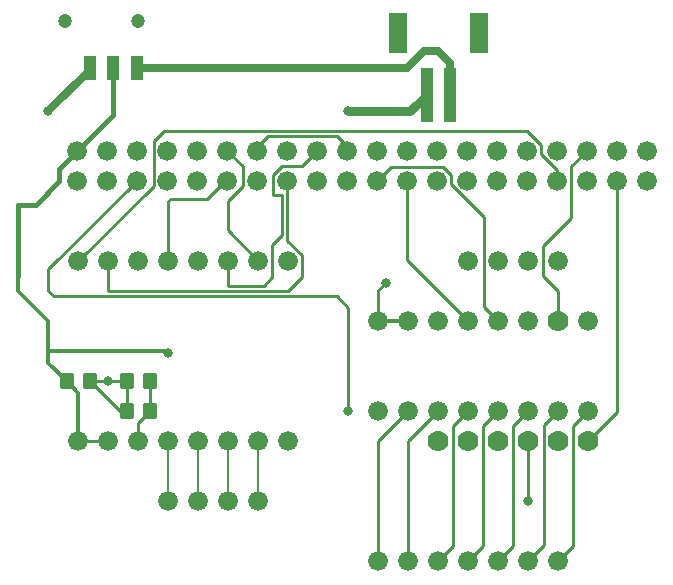
<source format=gbr>
%TF.GenerationSoftware,KiCad,Pcbnew,(6.0.7-1)-1*%
%TF.CreationDate,2022-11-11T20:36:14-08:00*%
%TF.ProjectId,KamiPCBv4,4b616d69-5043-4427-9634-2e6b69636164,rev?*%
%TF.SameCoordinates,Original*%
%TF.FileFunction,Copper,L1,Top*%
%TF.FilePolarity,Positive*%
%FSLAX46Y46*%
G04 Gerber Fmt 4.6, Leading zero omitted, Abs format (unit mm)*
G04 Created by KiCad (PCBNEW (6.0.7-1)-1) date 2022-11-11 20:36:14*
%MOMM*%
%LPD*%
G01*
G04 APERTURE LIST*
G04 Aperture macros list*
%AMRoundRect*
0 Rectangle with rounded corners*
0 $1 Rounding radius*
0 $2 $3 $4 $5 $6 $7 $8 $9 X,Y pos of 4 corners*
0 Add a 4 corners polygon primitive as box body*
4,1,4,$2,$3,$4,$5,$6,$7,$8,$9,$2,$3,0*
0 Add four circle primitives for the rounded corners*
1,1,$1+$1,$2,$3*
1,1,$1+$1,$4,$5*
1,1,$1+$1,$6,$7*
1,1,$1+$1,$8,$9*
0 Add four rect primitives between the rounded corners*
20,1,$1+$1,$2,$3,$4,$5,0*
20,1,$1+$1,$4,$5,$6,$7,0*
20,1,$1+$1,$6,$7,$8,$9,0*
20,1,$1+$1,$8,$9,$2,$3,0*%
G04 Aperture macros list end*
%TA.AperFunction,ComponentPad*%
%ADD10C,1.676400*%
%TD*%
%TA.AperFunction,SMDPad,CuDef*%
%ADD11R,1.600000X3.400000*%
%TD*%
%TA.AperFunction,SMDPad,CuDef*%
%ADD12R,1.000000X4.600000*%
%TD*%
%TA.AperFunction,ComponentPad*%
%ADD13C,1.778000*%
%TD*%
%TA.AperFunction,SMDPad,CuDef*%
%ADD14RoundRect,0.250000X-0.350000X-0.450000X0.350000X-0.450000X0.350000X0.450000X-0.350000X0.450000X0*%
%TD*%
%TA.AperFunction,ComponentPad*%
%ADD15C,1.200000*%
%TD*%
%TA.AperFunction,SMDPad,CuDef*%
%ADD16R,1.000000X2.000000*%
%TD*%
%TA.AperFunction,ViaPad*%
%ADD17C,0.800000*%
%TD*%
%TA.AperFunction,Conductor*%
%ADD18C,0.250000*%
%TD*%
%TA.AperFunction,Conductor*%
%ADD19C,0.700000*%
%TD*%
%TA.AperFunction,Conductor*%
%ADD20C,0.750000*%
%TD*%
%TA.AperFunction,Conductor*%
%ADD21C,0.406400*%
%TD*%
%TA.AperFunction,Conductor*%
%ADD22C,0.350000*%
%TD*%
%TA.AperFunction,Conductor*%
%ADD23C,0.254000*%
%TD*%
%TA.AperFunction,Conductor*%
%ADD24C,0.200000*%
%TD*%
G04 APERTURE END LIST*
D10*
%TO.P,,*%
%TO.N,CH5*%
X160020000Y-127000000D03*
%TD*%
%TO.P,,*%
%TO.N,CH6*%
X162560000Y-127000000D03*
%TD*%
%TO.P,,*%
%TO.N,CH7*%
X165100000Y-127000000D03*
%TD*%
%TO.P,,*%
%TO.N,CH2*%
X152400000Y-127000000D03*
%TD*%
%TO.P,,*%
%TO.N,CH3*%
X154940000Y-127000000D03*
%TD*%
%TO.P,,*%
%TO.N,CH4*%
X157480000Y-127000000D03*
%TD*%
%TO.P,,*%
%TO.N,CH1*%
X149860000Y-127000000D03*
%TD*%
D11*
%TO.P,X1,NC2*%
%TO.N,N/C*%
X158340000Y-82320000D03*
%TO.P,X1,NC1*%
X151540000Y-82320000D03*
D12*
%TO.P,X1,*%
%TO.N,GND*%
X153940000Y-87520000D03*
%TO.N,CHRGR*%
X155940000Y-87520000D03*
%TD*%
D10*
%TO.P,RPI1,40*%
%TO.N,GPIO21*%
X172630757Y-92233271D03*
%TO.P,RPI1,39*%
%TO.N,GND*%
X172630757Y-94773271D03*
%TO.P,RPI1,38*%
%TO.N,GPIO20*%
X170090757Y-92233271D03*
%TO.P,RPI1,37*%
%TO.N,GPIO26*%
X170090757Y-94773271D03*
%TO.P,RPI1,36*%
%TO.N,GPIO16*%
X167550757Y-92233271D03*
%TO.P,RPI1,35*%
%TO.N,GPIO19*%
X167550757Y-94773271D03*
%TO.P,RPI1,34*%
%TO.N,GND*%
X165010757Y-92233271D03*
%TO.P,RPI1,33*%
%TO.N,GPIO13*%
X165010757Y-94773271D03*
%TO.P,RPI1,32*%
%TO.N,GPIO12*%
X162470757Y-92233271D03*
%TO.P,RPI1,31*%
%TO.N,GPIO6*%
X162470757Y-94773271D03*
%TO.P,RPI1,30*%
%TO.N,GND*%
X159930757Y-92233271D03*
%TO.P,RPI1,29*%
%TO.N,GPIO5*%
X159930757Y-94773271D03*
%TO.P,RPI1,28*%
%TO.N,EECLK*%
X157390757Y-92233271D03*
%TO.P,RPI1,27*%
%TO.N,EEDATA*%
X157390757Y-94773271D03*
%TO.P,RPI1,26*%
%TO.N,SPI_CE1*%
X154850757Y-92233271D03*
%TO.P,RPI1,25*%
%TO.N,GND*%
X154850757Y-94773271D03*
%TO.P,RPI1,24*%
%TO.N,SPI_CE0*%
X152310757Y-92233271D03*
%TO.P,RPI1,23*%
%TO.N,SPI_SCLK*%
X152310757Y-94773271D03*
%TO.P,RPI1,22*%
%TO.N,GPIO25*%
X149770757Y-92233271D03*
%TO.P,RPI1,21*%
%TO.N,SPI_MISO*%
X149770757Y-94773271D03*
%TO.P,RPI1,20*%
%TO.N,GND*%
X147230757Y-92233271D03*
%TO.P,RPI1,19*%
%TO.N,SPI_MOSI*%
X147230757Y-94773271D03*
%TO.P,RPI1,18*%
%TO.N,GPIO24*%
X144690757Y-92233271D03*
%TO.P,RPI1,17*%
%TO.N,3.3V*%
X144690757Y-94773271D03*
%TO.P,RPI1,16*%
%TO.N,GPIO23*%
X142150757Y-92233271D03*
%TO.P,RPI1,15*%
%TO.N,GPIO22*%
X142150757Y-94773271D03*
%TO.P,RPI1,14*%
%TO.N,GND*%
X139610757Y-92233271D03*
%TO.P,RPI1,13*%
%TO.N,GPIO27*%
X139610757Y-94773271D03*
%TO.P,RPI1,12*%
%TO.N,GPIO18*%
X137070757Y-92233271D03*
%TO.P,RPI1,11*%
%TO.N,GPIO17*%
X137070757Y-94773271D03*
%TO.P,RPI1,10*%
%TO.N,RXD*%
X134530757Y-92233271D03*
%TO.P,RPI1,9*%
%TO.N,GND*%
X134530757Y-94773271D03*
%TO.P,RPI1,8*%
%TO.N,TXD*%
X131990757Y-92233271D03*
%TO.P,RPI1,7*%
%TO.N,GPIO4*%
X131990757Y-94773271D03*
%TO.P,RPI1,6*%
%TO.N,GND*%
X129450757Y-92233271D03*
%TO.P,RPI1,5*%
%TO.N,SCL*%
X129450757Y-94773271D03*
%TO.P,RPI1,4*%
%TO.N,5.0V*%
X126910757Y-92233271D03*
%TO.P,RPI1,3*%
%TO.N,SDA*%
X126910757Y-94773271D03*
%TO.P,RPI1,2*%
%TO.N,5.0V*%
X124370757Y-92233271D03*
%TO.P,RPI1,1*%
%TO.N,3.3V*%
X124370757Y-94773271D03*
%TD*%
D13*
%TO.P,,*%
%TO.N,5.0V*%
X154940000Y-116840000D03*
%TD*%
%TO.P,,*%
%TO.N,GND*%
X160020000Y-116840000D03*
%TD*%
%TO.P,,*%
%TO.N,SDA*%
X165100000Y-116840000D03*
%TD*%
D10*
%TO.P,,*%
%TO.N,CH0*%
X149860000Y-114300000D03*
%TD*%
%TO.P,,11*%
%TO.N,GPIO24*%
X137160000Y-101600000D03*
%TD*%
D14*
%TO.P,,*%
%TO.N,CH0*%
X125460000Y-111760000D03*
%TO.N,5.0V*%
X123460000Y-111760000D03*
%TD*%
D10*
%TO.P,,13*%
%TO.N,GPIO17*%
X132080000Y-101600000D03*
%TD*%
%TO.P,,*%
%TO.N,CH1*%
X152400000Y-114300000D03*
%TD*%
%TO.P,,*%
%TO.N,3.3V*%
X149860000Y-106680000D03*
%TD*%
D13*
%TO.P,,*%
%TO.N,GPIO16*%
X165100000Y-106680000D03*
%TD*%
D10*
%TO.P,,*%
%TO.N,CH2*%
X154940000Y-114300000D03*
%TD*%
%TO.P,,*%
%TO.N,M2+*%
X137160000Y-116840000D03*
%TD*%
%TO.P,,*%
%TO.N,CH3*%
X157480000Y-114300000D03*
%TD*%
%TO.P,,6*%
%TO.N,GND*%
X129540000Y-116840000D03*
%TD*%
%TO.P,,*%
%TO.N,M2+*%
X137160000Y-121920000D03*
%TD*%
%TO.P,,*%
%TO.N,M1-*%
X134620000Y-121920000D03*
%TD*%
%TO.P,,15*%
%TO.N,GPIO22*%
X127000000Y-101600000D03*
%TD*%
%TO.P,,8*%
%TO.N,5.0V*%
X124460000Y-116840000D03*
%TD*%
%TO.P,,14*%
%TO.N,GPIO27*%
X129540000Y-101600000D03*
%TD*%
%TO.P,,*%
%TO.N,GND*%
X167640000Y-106680000D03*
%TD*%
%TO.P,,*%
%TO.N,GND*%
X154940000Y-106680000D03*
%TD*%
D14*
%TO.P,,*%
%TO.N,CH0*%
X128540000Y-111760000D03*
%TO.N,GND*%
X130540000Y-111760000D03*
%TD*%
D10*
%TO.P,,*%
%TO.N,M2-*%
X139700000Y-121920000D03*
%TD*%
%TO.P,,10*%
%TO.N,GPIO18*%
X139700000Y-101600000D03*
%TD*%
%TO.P,,16*%
%TO.N,GPIO13*%
X124460000Y-101600000D03*
%TD*%
%TO.P,,*%
%TO.N,CH6*%
X165100000Y-114300000D03*
%TD*%
%TO.P,,*%
%TO.N,SPI_MISO*%
X160020000Y-106680000D03*
%TD*%
D13*
%TO.P,,*%
%TO.N,GPIO26*%
X167640000Y-116840000D03*
%TD*%
D15*
%TO.P,,*%
%TO.N,*%
X129540000Y-81280000D03*
%TD*%
D10*
%TO.P,,*%
%TO.N,3.3V*%
X152400000Y-106680000D03*
%TD*%
%TO.P,,*%
%TO.N,CH4*%
X160020000Y-114300000D03*
%TD*%
%TO.P,,*%
%TO.N,M2-*%
X139700000Y-116840000D03*
%TD*%
%TO.P,,*%
%TO.N,CH7*%
X167640000Y-114300000D03*
%TD*%
%TO.P,,*%
%TO.N,M1-*%
X134620000Y-116840000D03*
%TD*%
D16*
%TO.P,,*%
%TO.N,5.0V*%
X127415000Y-85280000D03*
%TO.N,Batt+*%
X125415000Y-85280000D03*
%TO.N,CHRGR*%
X129415000Y-85280000D03*
%TD*%
D10*
%TO.P,,*%
%TO.N,SPI_MOSI*%
X162560000Y-106680000D03*
%TD*%
%TO.P,,9*%
%TO.N,GND*%
X142240000Y-101600000D03*
%TD*%
%TO.P,,*%
%TO.N,*%
X162560000Y-101600000D03*
%TD*%
%TO.P,,*%
%TO.N,*%
X157480000Y-101600000D03*
%TD*%
%TO.P,,1*%
%TO.N,GND*%
X142240000Y-116840000D03*
%TD*%
%TO.P,,*%
%TO.N,CH5*%
X162560000Y-114300000D03*
%TD*%
D13*
%TO.P,,*%
%TO.N,3.3V*%
X157480000Y-116840000D03*
%TD*%
D10*
%TO.P,,*%
%TO.N,*%
X160020000Y-101600000D03*
%TD*%
%TO.P,,12*%
%TO.N,GPIO23*%
X134620000Y-101600000D03*
%TD*%
D14*
%TO.P,,*%
%TO.N,CH0*%
X128540000Y-114300000D03*
%TO.N,GND*%
X130540000Y-114300000D03*
%TD*%
D10*
%TO.P,,7*%
%TO.N,5.0V*%
X127000000Y-116840000D03*
%TD*%
D13*
%TO.P,,*%
%TO.N,SCL*%
X162560000Y-116840000D03*
%TD*%
D10*
%TO.P,,*%
%TO.N,M1+*%
X132080000Y-121920000D03*
%TD*%
%TO.P,,*%
%TO.N,M1+*%
X132080000Y-116840000D03*
%TD*%
%TO.P,,*%
%TO.N,SPI_SCLK*%
X157480000Y-106680000D03*
%TD*%
D15*
%TO.P,,*%
%TO.N,*%
X123290000Y-81280000D03*
%TD*%
D10*
%TO.P,,*%
%TO.N,*%
X165100000Y-101600000D03*
%TD*%
D17*
%TO.N,GND*%
X147320000Y-88900000D03*
%TO.N,Batt+*%
X121920000Y-88900000D03*
%TO.N,5.0V*%
X132080000Y-109397000D03*
%TO.N,SCL*%
X147320000Y-114300000D03*
X162560000Y-121920000D03*
%TO.N,3.3V*%
X150480000Y-103440000D03*
%TO.N,CH0*%
X127000000Y-111760000D03*
%TD*%
D18*
%TO.N,CH7*%
X167640000Y-114300000D02*
X166365722Y-115574278D01*
X166365722Y-115574278D02*
X166365722Y-125734278D01*
X166365722Y-125734278D02*
X165100000Y-127000000D01*
%TO.N,CH6*%
X165100000Y-114300000D02*
X163886000Y-115514000D01*
X163886000Y-115514000D02*
X163886000Y-125674000D01*
X163886000Y-125674000D02*
X162560000Y-127000000D01*
%TO.N,CH5*%
X162560000Y-114300000D02*
X161285722Y-115574278D01*
X161285722Y-125734278D02*
X160020000Y-127000000D01*
X161285722Y-115574278D02*
X161285722Y-125734278D01*
%TO.N,CH4*%
X160020000Y-114300000D02*
X158745722Y-115574278D01*
X158745722Y-115574278D02*
X158745722Y-125734278D01*
X158745722Y-125734278D02*
X157480000Y-127000000D01*
%TO.N,CH3*%
X157480000Y-114300000D02*
X156205722Y-115574278D01*
X156205722Y-115574278D02*
X156205722Y-125734278D01*
X156205722Y-125734278D02*
X154940000Y-127000000D01*
%TO.N,CH2*%
X154940000Y-114300000D02*
X152400000Y-116840000D01*
X152400000Y-116840000D02*
X152400000Y-127000000D01*
%TO.N,CH1*%
X149860000Y-116840000D02*
X149860000Y-127000000D01*
X152400000Y-114300000D02*
X149860000Y-116840000D01*
D19*
%TO.N,CHRGR*%
X129415000Y-85280000D02*
X152280000Y-85280000D01*
X152280000Y-85280000D02*
X153740000Y-83820000D01*
X153740000Y-83820000D02*
X154940000Y-83820000D01*
X154940000Y-83820000D02*
X155940000Y-84820000D01*
X155940000Y-84820000D02*
X155940000Y-87520000D01*
D20*
%TO.N,GND*%
X147320000Y-88900000D02*
X152560000Y-88900000D01*
X152560000Y-88900000D02*
X153940000Y-87520000D01*
D19*
%TO.N,Batt+*%
X121920000Y-88900000D02*
X125415000Y-85405000D01*
D18*
X125415000Y-85405000D02*
X125415000Y-85280000D01*
D21*
%TO.N,5.0V*%
X124370757Y-92233271D02*
X127415000Y-89189028D01*
X127415000Y-89189028D02*
X127415000Y-85280000D01*
D22*
X121920000Y-106680000D02*
X121920000Y-109220000D01*
X131903000Y-109220000D02*
X132080000Y-109397000D01*
X119380000Y-104140000D02*
X121920000Y-106680000D01*
X121920000Y-109220000D02*
X121920000Y-110220000D01*
X121920000Y-109220000D02*
X131903000Y-109220000D01*
D21*
X122803957Y-94854820D02*
X120852306Y-96806471D01*
D22*
X124460000Y-112760000D02*
X124460000Y-116840000D01*
D21*
X119380000Y-96806471D02*
X119380000Y-102870000D01*
D22*
X123460000Y-111760000D02*
X124460000Y-112760000D01*
D21*
X122803957Y-93800071D02*
X122803957Y-94854820D01*
D18*
X127000000Y-116840000D02*
X124460000Y-116840000D01*
D21*
X124370757Y-92233271D02*
X122803957Y-93800071D01*
X120852306Y-96806471D02*
X119380000Y-96806471D01*
D22*
X119380000Y-104140000D02*
X119380000Y-102870000D01*
X121920000Y-110220000D02*
X123460000Y-111760000D01*
D18*
%TO.N,SCL*%
X147320000Y-114300000D02*
X147320000Y-105583243D01*
X147320000Y-105583243D02*
X146328757Y-104592000D01*
X121920000Y-102304028D02*
X129450757Y-94773271D01*
X121920000Y-104140000D02*
X121920000Y-102304028D01*
X162560000Y-121920000D02*
X162560000Y-116840000D01*
X146328757Y-104592000D02*
X122372000Y-104592000D01*
X122372000Y-104592000D02*
X121920000Y-104140000D01*
D23*
%TO.N,GPIO17*%
X135304757Y-96338271D02*
X136869757Y-94773271D01*
X132077514Y-96517514D02*
X132080000Y-96520000D01*
X132080000Y-96520000D02*
X132080000Y-101600000D01*
X132077514Y-96517514D02*
X132256757Y-96338271D01*
X136869757Y-94773271D02*
X137070757Y-94773271D01*
X132256757Y-96338271D02*
X135304757Y-96338271D01*
%TO.N,GPIO22*%
X127000000Y-104140000D02*
X142240000Y-104140000D01*
X142150757Y-99858389D02*
X142150757Y-94773271D01*
X127000000Y-101600000D02*
X127000000Y-104140000D01*
X142240000Y-104140000D02*
X143408400Y-102971600D01*
X143408400Y-101116032D02*
X142150757Y-99858389D01*
X143408400Y-102971600D02*
X143408400Y-101116032D01*
D18*
%TO.N,SPI_MISO*%
X158806000Y-97846000D02*
X156013957Y-95053957D01*
X155332571Y-93610071D02*
X150933957Y-93610071D01*
X158806000Y-105466000D02*
X158806000Y-97846000D01*
X156013957Y-94291457D02*
X155332571Y-93610071D01*
X150933957Y-93610071D02*
X149770757Y-94773271D01*
X160020000Y-106680000D02*
X158806000Y-105466000D01*
X156013957Y-95053957D02*
X156013957Y-94291457D01*
%TO.N,SPI_SCLK*%
X152310757Y-101510757D02*
X157480000Y-106680000D01*
X152310757Y-94773271D02*
X152310757Y-101510757D01*
D23*
%TO.N,GPIO13*%
X162436925Y-90547071D02*
X131715286Y-90547071D01*
X130822357Y-91440000D02*
X130822357Y-95237643D01*
X165010757Y-94773271D02*
X165010757Y-93890757D01*
X163639157Y-91749303D02*
X162436925Y-90547071D01*
X130822357Y-95237643D02*
X124460000Y-101600000D01*
X163639157Y-92519157D02*
X163639157Y-91749303D01*
X165010757Y-93890757D02*
X163639157Y-92519157D01*
X131715286Y-90547071D02*
X130822357Y-91440000D01*
D18*
%TO.N,GPIO26*%
X170090757Y-114389243D02*
X167640000Y-116840000D01*
X170090757Y-94773271D02*
X170090757Y-114389243D01*
%TO.N,3.3V*%
X124370757Y-94773271D02*
X123632494Y-94773271D01*
D22*
X149860000Y-106680000D02*
X152400000Y-106680000D01*
D18*
X149860000Y-104060000D02*
X149860000Y-106680000D01*
X150480000Y-103440000D02*
X149860000Y-104060000D01*
%TO.N,GND*%
X129540000Y-115300000D02*
X129540000Y-116840000D01*
D23*
X146353757Y-91004271D02*
X147230757Y-91881271D01*
X147230757Y-91881271D02*
X147230757Y-92233271D01*
D18*
X130540000Y-114300000D02*
X129540000Y-115300000D01*
D23*
X139610757Y-91905271D02*
X140511757Y-91004271D01*
X140511757Y-91004271D02*
X146353757Y-91004271D01*
X139610757Y-92233271D02*
X139610757Y-91905271D01*
D18*
X130540000Y-111760000D02*
X130540000Y-114300000D01*
D23*
%TO.N,GPIO18*%
X139700000Y-101600000D02*
X137082757Y-98982757D01*
X138352757Y-95195271D02*
X138352757Y-93515271D01*
X137082757Y-98982757D02*
X137082757Y-96465271D01*
X137082757Y-96465271D02*
X138352757Y-95195271D01*
X138352757Y-93515271D02*
X137070757Y-92233271D01*
%TO.N,GPIO24*%
X141693557Y-99403243D02*
X140868400Y-100228400D01*
X137160000Y-103682800D02*
X137160000Y-101600000D01*
X140952917Y-95971111D02*
X141691111Y-95971111D01*
X143348597Y-93575431D02*
X141654595Y-93575431D01*
X137160000Y-103682800D02*
X140157200Y-103682800D01*
X140952917Y-94277109D02*
X140952917Y-95971111D01*
X140868400Y-100228400D02*
X140868400Y-102971600D01*
X141693557Y-95973557D02*
X141693557Y-99403243D01*
X141691111Y-95971111D02*
X141693557Y-95973557D01*
X140868400Y-102971600D02*
X140157200Y-103682800D01*
X141654595Y-93575431D02*
X140952917Y-94277109D01*
X144690757Y-92233271D02*
X143348597Y-93575431D01*
D18*
%TO.N,GPIO16*%
X166205768Y-93578260D02*
X166205768Y-97962788D01*
X166205768Y-97962788D02*
X163834278Y-100334278D01*
X167550757Y-92233271D02*
X166205768Y-93578260D01*
X163834278Y-100334278D02*
X163834278Y-102874278D01*
X165100000Y-104140000D02*
X165100000Y-106680000D01*
X163834278Y-102874278D02*
X165100000Y-104140000D01*
%TO.N,CH0*%
X128540000Y-114300000D02*
X128540000Y-111760000D01*
X125460000Y-111760000D02*
X128000000Y-114300000D01*
X128000000Y-114300000D02*
X128540000Y-114300000D01*
X127000000Y-111760000D02*
X128540000Y-111760000D01*
X127000000Y-111760000D02*
X125460000Y-111760000D01*
D24*
%TO.N,M1+*%
X132080000Y-121920000D02*
X132080000Y-116840000D01*
%TO.N,M1-*%
X134620000Y-121920000D02*
X134620000Y-116840000D01*
%TO.N,M2+*%
X137160000Y-121920000D02*
X137160000Y-116840000D01*
%TO.N,M2-*%
X139700000Y-121920000D02*
X139700000Y-116840000D01*
%TD*%
M02*

</source>
